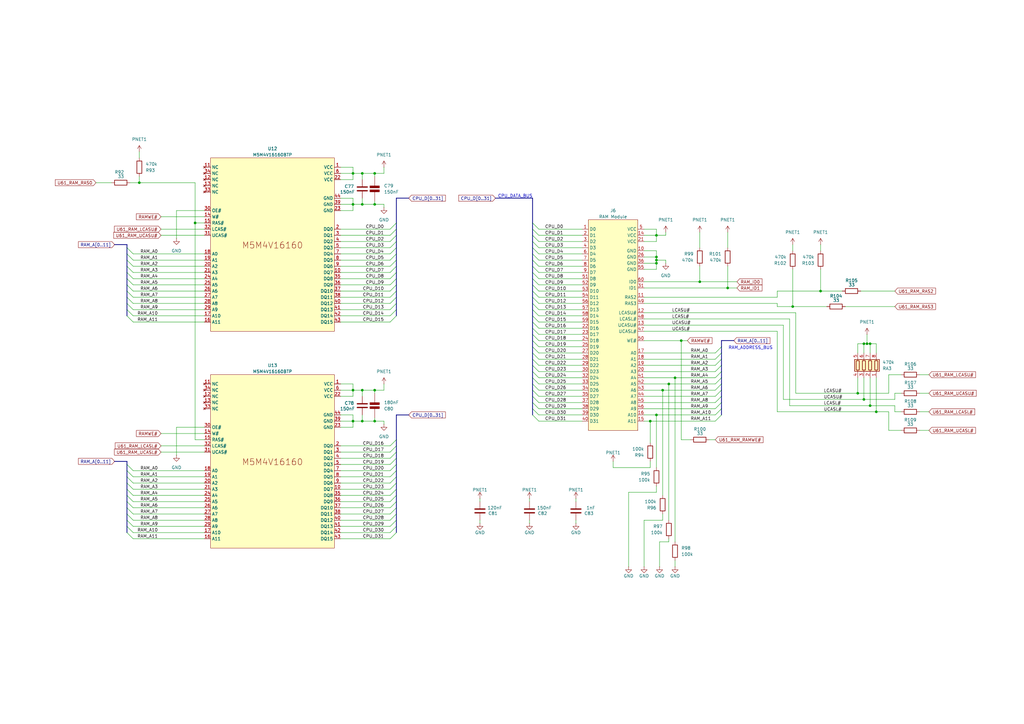
<source format=kicad_sch>
(kicad_sch (version 20250114) (generator "eeschema") (generator_version "9.0")
  (paper "A3")
  (title_block (title "PC110") (company "Recreated by: Ahmad Byagowi"))
  (text "RAM_ADDRESS_BUS" (at 307.848 142.748 0) (effects (font (size 1.27 1.27))))
  (text "CPU_DATA_BUS" (at 211.328 80.518 0) (effects (font (size 1.27 1.27))))
  (junction (at 356.87 166.37))
  (junction (at 354.33 140.97))
  (junction (at 153.67 71.12))
  (junction (at 269.24 96.52))
  (junction (at 269.24 106.68))
  (junction (at 57.15 74.93))
  (junction (at 269.24 107.95))
  (junction (at 144.78 160.02))
  (junction (at 325.12 125.73))
  (junction (at 354.33 163.83))
  (junction (at 274.32 157.48))
  (junction (at 271.78 160.02))
  (junction (at 351.79 161.29))
  (junction (at 144.78 71.12))
  (junction (at 153.67 83.82))
  (junction (at 269.24 105.41))
  (junction (at 148.59 71.12))
  (junction (at 80.01 91.44))
  (junction (at 359.41 168.91))
  (junction (at 153.67 172.72))
  (junction (at 269.24 170.18))
  (junction (at 144.78 172.72))
  (junction (at 287.02 115.57))
  (junction (at 298.45 118.11))
  (junction (at 336.55 119.38))
  (junction (at 148.59 83.82))
  (junction (at 356.87 140.97))
  (junction (at 148.59 160.02))
  (junction (at 144.78 83.82))
  (junction (at 355.6 140.97))
  (junction (at 266.7 172.72))
  (junction (at 276.86 154.94))
  (junction (at 153.67 160.02))
  (junction (at 279.4 139.7))
  (junction (at 148.59 172.72))
  (bus_entry (at 162.56 213.36) (size -2.54 2.54))
  (bus_entry (at 162.56 121.92) (size -2.54 2.54))
  (bus_entry (at 218.44 144.78) (size 2.54 2.54))
  (bus_entry (at 218.44 111.76) (size 2.54 2.54))
  (bus_entry (at 218.44 129.54) (size 2.54 2.54))
  (bus_entry (at 162.56 106.68) (size -2.54 2.54))
  (bus_entry (at 162.56 195.58) (size -2.54 2.54))
  (bus_entry (at 218.44 127) (size 2.54 2.54))
  (bus_entry (at 52.07 114.3) (size 2.54 2.54))
  (bus_entry (at 162.56 190.5) (size -2.54 2.54))
  (bus_entry (at 218.44 91.44) (size 2.54 2.54))
  (bus_entry (at 52.07 213.36) (size 2.54 2.54))
  (bus_entry (at 52.07 127) (size 2.54 2.54))
  (bus_entry (at 293.37 147.32) (size 2.54 -2.54))
  (bus_entry (at 218.44 139.7) (size 2.54 2.54))
  (bus_entry (at 162.56 182.88) (size -2.54 2.54))
  (bus_entry (at 52.07 195.58) (size 2.54 2.54))
  (bus_entry (at 293.37 154.94) (size 2.54 -2.54))
  (bus_entry (at 293.37 170.18) (size 2.54 -2.54))
  (bus_entry (at 52.07 109.22) (size 2.54 2.54))
  (bus_entry (at 162.56 124.46) (size -2.54 2.54))
  (bus_entry (at 52.07 129.54) (size 2.54 2.54))
  (bus_entry (at 293.37 149.86) (size 2.54 -2.54))
  (bus_entry (at 52.07 200.66) (size 2.54 2.54))
  (bus_entry (at 162.56 104.14) (size -2.54 2.54))
  (bus_entry (at 218.44 154.94) (size 2.54 2.54))
  (bus_entry (at 162.56 129.54) (size -2.54 2.54))
  (bus_entry (at 52.07 111.76) (size 2.54 2.54))
  (bus_entry (at 218.44 147.32) (size 2.54 2.54))
  (bus_entry (at 52.07 208.28) (size 2.54 2.54))
  (bus_entry (at 162.56 93.98) (size -2.54 2.54))
  (bus_entry (at 218.44 114.3) (size 2.54 2.54))
  (bus_entry (at 52.07 101.6) (size 2.54 2.54))
  (bus_entry (at 218.44 137.16) (size 2.54 2.54))
  (bus_entry (at 218.44 134.62) (size 2.54 2.54))
  (bus_entry (at 293.37 167.64) (size 2.54 -2.54))
  (bus_entry (at 52.07 124.46) (size 2.54 2.54))
  (bus_entry (at 162.56 185.42) (size -2.54 2.54))
  (bus_entry (at 162.56 200.66) (size -2.54 2.54))
  (bus_entry (at 218.44 119.38) (size 2.54 2.54))
  (bus_entry (at 218.44 157.48) (size 2.54 2.54))
  (bus_entry (at 162.56 218.44) (size -2.54 2.54))
  (bus_entry (at 162.56 198.12) (size -2.54 2.54))
  (bus_entry (at 52.07 198.12) (size 2.54 2.54))
  (bus_entry (at 293.37 160.02) (size 2.54 -2.54))
  (bus_entry (at 218.44 152.4) (size 2.54 2.54))
  (bus_entry (at 162.56 109.22) (size -2.54 2.54))
  (bus_entry (at 218.44 132.08) (size 2.54 2.54))
  (bus_entry (at 52.07 210.82) (size 2.54 2.54))
  (bus_entry (at 52.07 193.04) (size 2.54 2.54))
  (bus_entry (at 218.44 160.02) (size 2.54 2.54))
  (bus_entry (at 293.37 144.78) (size 2.54 -2.54))
  (bus_entry (at 293.37 165.1) (size 2.54 -2.54))
  (bus_entry (at 52.07 121.92) (size 2.54 2.54))
  (bus_entry (at 162.56 193.04) (size -2.54 2.54))
  (bus_entry (at 162.56 180.34) (size -2.54 2.54))
  (bus_entry (at 218.44 167.64) (size 2.54 2.54))
  (bus_entry (at 162.56 215.9) (size -2.54 2.54))
  (bus_entry (at 162.56 101.6) (size -2.54 2.54))
  (bus_entry (at 218.44 162.56) (size 2.54 2.54))
  (bus_entry (at 52.07 116.84) (size 2.54 2.54))
  (bus_entry (at 162.56 99.06) (size -2.54 2.54))
  (bus_entry (at 162.56 114.3) (size -2.54 2.54))
  (bus_entry (at 218.44 142.24) (size 2.54 2.54))
  (bus_entry (at 52.07 218.44) (size 2.54 2.54))
  (bus_entry (at 293.37 162.56) (size 2.54 -2.54))
  (bus_entry (at 293.37 157.48) (size 2.54 -2.54))
  (bus_entry (at 218.44 99.06) (size 2.54 2.54))
  (bus_entry (at 218.44 149.86) (size 2.54 2.54))
  (bus_entry (at 162.56 208.28) (size -2.54 2.54))
  (bus_entry (at 52.07 119.38) (size 2.54 2.54))
  (bus_entry (at 52.07 190.5) (size 2.54 2.54))
  (bus_entry (at 218.44 104.14) (size 2.54 2.54))
  (bus_entry (at 52.07 215.9) (size 2.54 2.54))
  (bus_entry (at 162.56 116.84) (size -2.54 2.54))
  (bus_entry (at 52.07 205.74) (size 2.54 2.54))
  (bus_entry (at 162.56 91.44) (size -2.54 2.54))
  (bus_entry (at 162.56 127) (size -2.54 2.54))
  (bus_entry (at 162.56 111.76) (size -2.54 2.54))
  (bus_entry (at 162.56 96.52) (size -2.54 2.54))
  (bus_entry (at 218.44 116.84) (size 2.54 2.54))
  (bus_entry (at 52.07 203.2) (size 2.54 2.54))
  (bus_entry (at 218.44 96.52) (size 2.54 2.54))
  (bus_entry (at 218.44 109.22) (size 2.54 2.54))
  (bus_entry (at 162.56 119.38) (size -2.54 2.54))
  (bus_entry (at 218.44 124.46) (size 2.54 2.54))
  (bus_entry (at 52.07 104.14) (size 2.54 2.54))
  (bus_entry (at 218.44 165.1) (size 2.54 2.54))
  (bus_entry (at 293.37 172.72) (size 2.54 -2.54))
  (bus_entry (at 218.44 170.18) (size 2.54 2.54))
  (bus_entry (at 162.56 210.82) (size -2.54 2.54))
  (bus_entry (at 52.07 106.68) (size 2.54 2.54))
  (bus_entry (at 218.44 101.6) (size 2.54 2.54))
  (bus_entry (at 162.56 205.74) (size -2.54 2.54))
  (bus_entry (at 218.44 93.98) (size 2.54 2.54))
  (bus_entry (at 162.56 203.2) (size -2.54 2.54))
  (bus_entry (at 293.37 152.4) (size 2.54 -2.54))
  (bus_entry (at 218.44 106.68) (size 2.54 2.54))
  (bus_entry (at 162.56 187.96) (size -2.54 2.54))
  (bus_entry (at 218.44 121.92) (size 2.54 2.54))
  (bus (pts (xy 162.56 215.9) (xy 162.56 213.36)))
  (bus (pts (xy 218.44 170.18) (xy 218.44 167.64)))
  (wire (pts (xy 83.82 195.58) (xy 54.61 195.58)))
  (wire (pts (xy 220.98 139.7) (xy 238.76 139.7)))
  (wire (pts (xy 269.24 201.93) (xy 257.81 201.93)))
  (wire (pts (xy 139.7 213.36) (xy 160.02 213.36)))
  (bus (pts (xy 218.44 142.24) (xy 218.44 139.7)))
  (wire (pts (xy 220.98 93.98) (xy 238.76 93.98)))
  (wire (pts (xy 139.7 104.14) (xy 160.02 104.14)))
  (bus (pts (xy 162.56 182.88) (xy 162.56 180.34)))
  (wire (pts (xy 274.32 157.48) (xy 293.37 157.48)))
  (wire (pts (xy 264.16 144.78) (xy 293.37 144.78)))
  (wire (pts (xy 139.7 187.96) (xy 160.02 187.96)))
  (wire (pts (xy 269.24 93.98) (xy 269.24 96.52)))
  (bus (pts (xy 52.07 114.3) (xy 52.07 111.76)))
  (wire (pts (xy 220.98 132.08) (xy 238.76 132.08)))
  (wire (pts (xy 377.19 153.67) (xy 381 153.67)))
  (wire (pts (xy 220.98 96.52) (xy 238.76 96.52)))
  (wire (pts (xy 271.78 210.82) (xy 271.78 213.36)))
  (wire (pts (xy 139.7 71.12) (xy 144.78 71.12)))
  (wire (pts (xy 269.24 96.52) (xy 273.05 96.52)))
  (wire (pts (xy 139.7 116.84) (xy 160.02 116.84)))
  (wire (pts (xy 83.82 106.68) (xy 54.61 106.68)))
  (wire (pts (xy 139.7 220.98) (xy 160.02 220.98)))
  (wire (pts (xy 367.03 163.83) (xy 354.33 163.83)))
  (wire (pts (xy 377.19 168.91) (xy 381 168.91)))
  (wire (pts (xy 364.49 153.67) (xy 364.49 161.29)))
  (bus (pts (xy 218.44 109.22) (xy 218.44 106.68)))
  (wire (pts (xy 220.98 170.18) (xy 238.76 170.18)))
  (wire (pts (xy 83.82 200.66) (xy 54.61 200.66)))
  (wire (pts (xy 220.98 134.62) (xy 238.76 134.62)))
  (bus (pts (xy 218.44 124.46) (xy 218.44 121.92)))
  (wire (pts (xy 144.78 73.66) (xy 144.78 71.12)))
  (wire (pts (xy 269.24 99.06) (xy 269.24 96.52)))
  (wire (pts (xy 220.98 154.94) (xy 238.76 154.94)))
  (wire (pts (xy 220.98 114.3) (xy 238.76 114.3)))
  (wire (pts (xy 264.16 133.35) (xy 321.31 133.35)))
  (bus (pts (xy 162.56 205.74) (xy 162.56 203.2)))
  (wire (pts (xy 220.98 137.16) (xy 238.76 137.16)))
  (bus (pts (xy 52.07 104.14) (xy 52.07 101.6)))
  (wire (pts (xy 139.7 83.82) (xy 144.78 83.82)))
  (bus (pts (xy 167.64 81.28) (xy 162.56 81.28)))
  (wire (pts (xy 274.32 220.98) (xy 274.32 222.25)))
  (wire (pts (xy 139.7 195.58) (xy 160.02 195.58)))
  (wire (pts (xy 271.78 160.02) (xy 293.37 160.02)))
  (wire (pts (xy 144.78 172.72) (xy 148.59 172.72)))
  (bus (pts (xy 218.44 129.54) (xy 218.44 127)))
  (wire (pts (xy 323.85 166.37) (xy 356.87 166.37)))
  (bus (pts (xy 162.56 213.36) (xy 162.56 210.82)))
  (bus (pts (xy 162.56 208.28) (xy 162.56 205.74)))
  (wire (pts (xy 264.16 105.41) (xy 269.24 105.41)))
  (wire (pts (xy 355.6 137.16) (xy 355.6 140.97)))
  (wire (pts (xy 351.79 140.97) (xy 354.33 140.97)))
  (bus (pts (xy 162.56 116.84) (xy 162.56 114.3)))
  (wire (pts (xy 257.81 201.93) (xy 257.81 232.41)))
  (wire (pts (xy 83.82 119.38) (xy 54.61 119.38)))
  (wire (pts (xy 53.34 74.93) (xy 57.15 74.93)))
  (bus (pts (xy 162.56 96.52) (xy 162.56 93.98)))
  (wire (pts (xy 153.67 172.72) (xy 157.48 172.72)))
  (bus (pts (xy 218.44 162.56) (xy 218.44 160.02)))
  (wire (pts (xy 139.7 101.6) (xy 160.02 101.6)))
  (bus (pts (xy 218.44 81.28) (xy 218.44 91.44)))
  (wire (pts (xy 83.82 121.92) (xy 54.61 121.92)))
  (wire (pts (xy 276.86 229.87) (xy 276.86 232.41)))
  (wire (pts (xy 266.7 172.72) (xy 266.7 181.61)))
  (wire (pts (xy 266.7 191.77) (xy 251.46 191.77)))
  (bus (pts (xy 295.91 167.64) (xy 295.91 165.1)))
  (bus (pts (xy 218.44 93.98) (xy 218.44 91.44)))
  (wire (pts (xy 57.15 62.23) (xy 57.15 64.77)))
  (wire (pts (xy 345.44 119.38) (xy 336.55 119.38)))
  (bus (pts (xy 218.44 144.78) (xy 218.44 142.24)))
  (wire (pts (xy 367.03 166.37) (xy 356.87 166.37)))
  (wire (pts (xy 139.7 81.28) (xy 144.78 81.28)))
  (bus (pts (xy 162.56 193.04) (xy 162.56 190.5)))
  (wire (pts (xy 139.7 124.46) (xy 160.02 124.46)))
  (wire (pts (xy 236.22 214.63) (xy 236.22 213.36)))
  (wire (pts (xy 269.24 170.18) (xy 293.37 170.18)))
  (wire (pts (xy 144.78 71.12) (xy 148.59 71.12)))
  (wire (pts (xy 251.46 191.77) (xy 251.46 189.23)))
  (wire (pts (xy 298.45 95.25) (xy 298.45 101.6)))
  (wire (pts (xy 148.59 160.02) (xy 148.59 162.56)))
  (bus (pts (xy 167.64 170.18) (xy 162.56 170.18)))
  (wire (pts (xy 144.78 86.36) (xy 139.7 86.36)))
  (bus (pts (xy 218.44 160.02) (xy 218.44 157.48)))
  (wire (pts (xy 83.82 109.22) (xy 54.61 109.22)))
  (wire (pts (xy 139.7 182.88) (xy 160.02 182.88)))
  (wire (pts (xy 139.7 96.52) (xy 160.02 96.52)))
  (bus (pts (xy 218.44 134.62) (xy 218.44 132.08)))
  (bus (pts (xy 52.07 124.46) (xy 52.07 121.92)))
  (bus (pts (xy 162.56 129.54) (xy 162.56 127)))
  (bus (pts (xy 218.44 121.92) (xy 218.44 119.38)))
  (bus (pts (xy 162.56 210.82) (xy 162.56 208.28)))
  (wire (pts (xy 220.98 172.72) (xy 238.76 172.72)))
  (wire (pts (xy 354.33 140.97) (xy 354.33 144.78)))
  (wire (pts (xy 279.4 139.7) (xy 279.4 180.34)))
  (wire (pts (xy 220.98 152.4) (xy 238.76 152.4)))
  (wire (pts (xy 269.24 107.95) (xy 269.24 110.49)))
  (bus (pts (xy 295.91 144.78) (xy 295.91 147.32)))
  (bus (pts (xy 295.91 157.48) (xy 295.91 154.94)))
  (wire (pts (xy 264.16 152.4) (xy 293.37 152.4)))
  (bus (pts (xy 295.91 139.7) (xy 295.91 142.24)))
  (wire (pts (xy 359.41 140.97) (xy 359.41 144.78)))
  (wire (pts (xy 157.48 157.48) (xy 157.48 160.02)))
  (wire (pts (xy 153.67 71.12) (xy 153.67 72.39)))
  (wire (pts (xy 139.7 210.82) (xy 160.02 210.82)))
  (wire (pts (xy 139.7 162.56) (xy 144.78 162.56)))
  (bus (pts (xy 162.56 119.38) (xy 162.56 116.84)))
  (wire (pts (xy 217.17 204.47) (xy 217.17 205.74)))
  (bus (pts (xy 162.56 99.06) (xy 162.56 96.52)))
  (bus (pts (xy 218.44 149.86) (xy 218.44 147.32)))
  (bus (pts (xy 52.07 203.2) (xy 52.07 200.66)))
  (wire (pts (xy 139.7 109.22) (xy 160.02 109.22)))
  (bus (pts (xy 162.56 109.22) (xy 162.56 106.68)))
  (bus (pts (xy 162.56 190.5) (xy 162.56 187.96)))
  (wire (pts (xy 290.83 180.34) (xy 293.37 180.34)))
  (wire (pts (xy 66.04 93.98) (xy 83.82 93.98)))
  (wire (pts (xy 264.16 213.36) (xy 264.16 232.41)))
  (wire (pts (xy 139.7 106.68) (xy 160.02 106.68)))
  (bus (pts (xy 52.07 195.58) (xy 52.07 193.04)))
  (wire (pts (xy 336.55 100.33) (xy 336.55 102.87)))
  (wire (pts (xy 355.6 140.97) (xy 356.87 140.97)))
  (bus (pts (xy 52.07 198.12) (xy 52.07 195.58)))
  (wire (pts (xy 139.7 73.66) (xy 144.78 73.66)))
  (wire (pts (xy 83.82 208.28) (xy 54.61 208.28)))
  (wire (pts (xy 264.16 130.81) (xy 323.85 130.81)))
  (wire (pts (xy 153.67 160.02) (xy 153.67 161.29)))
  (wire (pts (xy 279.4 139.7) (xy 281.94 139.7)))
  (wire (pts (xy 356.87 166.37) (xy 356.87 154.94)))
  (wire (pts (xy 157.48 83.82) (xy 157.48 85.09)))
  (bus (pts (xy 218.44 111.76) (xy 218.44 109.22)))
  (wire (pts (xy 144.78 81.28) (xy 144.78 83.82)))
  (wire (pts (xy 139.7 190.5) (xy 160.02 190.5)))
  (wire (pts (xy 80.01 91.44) (xy 83.82 91.44)))
  (wire (pts (xy 364.49 168.91) (xy 359.41 168.91)))
  (wire (pts (xy 264.16 167.64) (xy 293.37 167.64)))
  (wire (pts (xy 264.16 93.98) (xy 269.24 93.98)))
  (wire (pts (xy 321.31 163.83) (xy 354.33 163.83)))
  (bus (pts (xy 218.44 99.06) (xy 218.44 96.52)))
  (wire (pts (xy 287.02 115.57) (xy 287.02 109.22)))
  (wire (pts (xy 264.16 128.27) (xy 326.39 128.27)))
  (wire (pts (xy 83.82 203.2) (xy 54.61 203.2)))
  (wire (pts (xy 148.59 170.18) (xy 148.59 172.72)))
  (wire (pts (xy 80.01 91.44) (xy 80.01 180.34)))
  (wire (pts (xy 269.24 199.39) (xy 269.24 201.93)))
  (wire (pts (xy 83.82 215.9) (xy 54.61 215.9)))
  (wire (pts (xy 139.7 99.06) (xy 160.02 99.06)))
  (wire (pts (xy 364.49 161.29) (xy 351.79 161.29)))
  (wire (pts (xy 318.77 124.46) (xy 318.77 125.73)))
  (wire (pts (xy 318.77 168.91) (xy 359.41 168.91)))
  (wire (pts (xy 264.16 154.94) (xy 276.86 154.94)))
  (wire (pts (xy 39.37 74.93) (xy 45.72 74.93)))
  (bus (pts (xy 162.56 93.98) (xy 162.56 91.44)))
  (wire (pts (xy 273.05 96.52) (xy 273.05 95.25)))
  (wire (pts (xy 321.31 163.83) (xy 321.31 133.35)))
  (wire (pts (xy 148.59 160.02) (xy 153.67 160.02)))
  (wire (pts (xy 83.82 213.36) (xy 54.61 213.36)))
  (bus (pts (xy 52.07 189.23) (xy 52.07 190.5)))
  (wire (pts (xy 153.67 171.45) (xy 153.67 172.72)))
  (wire (pts (xy 220.98 167.64) (xy 238.76 167.64)))
  (wire (pts (xy 351.79 144.78) (xy 351.79 140.97)))
  (wire (pts (xy 264.16 157.48) (xy 274.32 157.48)))
  (bus (pts (xy 52.07 218.44) (xy 52.07 215.9)))
  (bus (pts (xy 218.44 104.14) (xy 218.44 101.6)))
  (wire (pts (xy 144.78 71.12) (xy 144.78 68.58)))
  (wire (pts (xy 269.24 102.87) (xy 269.24 105.41)))
  (bus (pts (xy 52.07 116.84) (xy 52.07 114.3)))
  (wire (pts (xy 66.04 185.42) (xy 83.82 185.42)))
  (wire (pts (xy 323.85 166.37) (xy 323.85 130.81)))
  (wire (pts (xy 220.98 124.46) (xy 238.76 124.46)))
  (wire (pts (xy 83.82 127) (xy 54.61 127)))
  (wire (pts (xy 157.48 172.72) (xy 157.48 173.99)))
  (wire (pts (xy 72.39 86.36) (xy 83.82 86.36)))
  (wire (pts (xy 144.78 83.82) (xy 144.78 86.36)))
  (wire (pts (xy 279.4 180.34) (xy 283.21 180.34)))
  (wire (pts (xy 318.77 119.38) (xy 336.55 119.38)))
  (wire (pts (xy 264.16 135.89) (xy 318.77 135.89)))
  (wire (pts (xy 80.01 74.93) (xy 80.01 91.44)))
  (wire (pts (xy 220.98 106.68) (xy 238.76 106.68)))
  (wire (pts (xy 264.16 165.1) (xy 293.37 165.1)))
  (wire (pts (xy 144.78 160.02) (xy 148.59 160.02)))
  (wire (pts (xy 139.7 198.12) (xy 160.02 198.12)))
  (wire (pts (xy 220.98 144.78) (xy 238.76 144.78)))
  (bus (pts (xy 218.44 154.94) (xy 218.44 152.4)))
  (wire (pts (xy 57.15 74.93) (xy 57.15 72.39)))
  (wire (pts (xy 318.77 121.92) (xy 318.77 119.38)))
  (wire (pts (xy 273.05 106.68) (xy 273.05 107.95)))
  (wire (pts (xy 276.86 154.94) (xy 293.37 154.94)))
  (wire (pts (xy 287.02 95.25) (xy 287.02 101.6)))
  (bus (pts (xy 162.56 106.68) (xy 162.56 104.14)))
  (wire (pts (xy 220.98 157.48) (xy 238.76 157.48)))
  (wire (pts (xy 377.19 176.53) (xy 381 176.53)))
  (wire (pts (xy 83.82 116.84) (xy 54.61 116.84)))
  (wire (pts (xy 144.78 68.58) (xy 139.7 68.58)))
  (wire (pts (xy 264.16 162.56) (xy 293.37 162.56)))
  (wire (pts (xy 264.16 118.11) (xy 298.45 118.11)))
  (wire (pts (xy 139.7 132.08) (xy 160.02 132.08)))
  (wire (pts (xy 367.03 125.73) (xy 346.71 125.73)))
  (wire (pts (xy 298.45 109.22) (xy 298.45 118.11)))
  (wire (pts (xy 220.98 142.24) (xy 238.76 142.24)))
  (wire (pts (xy 83.82 132.08) (xy 54.61 132.08)))
  (wire (pts (xy 196.85 214.63) (xy 196.85 213.36)))
  (bus (pts (xy 218.44 137.16) (xy 218.44 134.62)))
  (wire (pts (xy 274.32 222.25) (xy 270.51 222.25)))
  (bus (pts (xy 295.91 139.7) (xy 300.99 139.7)))
  (wire (pts (xy 83.82 114.3) (xy 54.61 114.3)))
  (wire (pts (xy 269.24 170.18) (xy 269.24 191.77)))
  (wire (pts (xy 148.59 71.12) (xy 153.67 71.12)))
  (wire (pts (xy 318.77 168.91) (xy 318.77 135.89)))
  (wire (pts (xy 83.82 205.74) (xy 54.61 205.74)))
  (wire (pts (xy 351.79 161.29) (xy 351.79 154.94)))
  (wire (pts (xy 264.16 107.95) (xy 269.24 107.95)))
  (wire (pts (xy 144.78 172.72) (xy 144.78 175.26)))
  (bus (pts (xy 295.91 165.1) (xy 295.91 162.56)))
  (wire (pts (xy 264.16 139.7) (xy 279.4 139.7)))
  (wire (pts (xy 144.78 162.56) (xy 144.78 160.02)))
  (bus (pts (xy 162.56 114.3) (xy 162.56 111.76)))
  (wire (pts (xy 220.98 109.22) (xy 238.76 109.22)))
  (wire (pts (xy 139.7 119.38) (xy 160.02 119.38)))
  (wire (pts (xy 66.04 177.8) (xy 83.82 177.8)))
  (bus (pts (xy 162.56 104.14) (xy 162.56 101.6)))
  (wire (pts (xy 139.7 121.92) (xy 160.02 121.92)))
  (bus (pts (xy 218.44 96.52) (xy 218.44 93.98)))
  (bus (pts (xy 162.56 185.42) (xy 162.56 182.88)))
  (wire (pts (xy 139.7 208.28) (xy 160.02 208.28)))
  (bus (pts (xy 218.44 139.7) (xy 218.44 137.16)))
  (wire (pts (xy 359.41 168.91) (xy 359.41 154.94)))
  (wire (pts (xy 139.7 114.3) (xy 160.02 114.3)))
  (wire (pts (xy 264.16 170.18) (xy 269.24 170.18)))
  (wire (pts (xy 220.98 147.32) (xy 238.76 147.32)))
  (wire (pts (xy 318.77 121.92) (xy 264.16 121.92)))
  (bus (pts (xy 52.07 193.04) (xy 52.07 190.5)))
  (wire (pts (xy 318.77 125.73) (xy 325.12 125.73)))
  (wire (pts (xy 148.59 83.82) (xy 153.67 83.82)))
  (wire (pts (xy 271.78 160.02) (xy 271.78 203.2)))
  (bus (pts (xy 162.56 101.6) (xy 162.56 99.06)))
  (bus (pts (xy 218.44 165.1) (xy 218.44 162.56)))
  (bus (pts (xy 52.07 200.66) (xy 52.07 198.12)))
  (wire (pts (xy 269.24 106.68) (xy 269.24 107.95)))
  (wire (pts (xy 264.16 149.86) (xy 293.37 149.86)))
  (wire (pts (xy 269.24 105.41) (xy 269.24 106.68)))
  (wire (pts (xy 236.22 204.47) (xy 236.22 205.74)))
  (wire (pts (xy 144.78 157.48) (xy 139.7 157.48)))
  (bus (pts (xy 218.44 101.6) (xy 218.44 99.06)))
  (wire (pts (xy 220.98 160.02) (xy 238.76 160.02)))
  (wire (pts (xy 72.39 186.69) (xy 72.39 175.26)))
  (bus (pts (xy 295.91 160.02) (xy 295.91 157.48)))
  (wire (pts (xy 220.98 121.92) (xy 238.76 121.92)))
  (wire (pts (xy 83.82 111.76) (xy 54.61 111.76)))
  (wire (pts (xy 377.19 161.29) (xy 381 161.29)))
  (wire (pts (xy 325.12 110.49) (xy 325.12 125.73)))
  (bus (pts (xy 52.07 121.92) (xy 52.07 119.38)))
  (wire (pts (xy 83.82 220.98) (xy 54.61 220.98)))
  (wire (pts (xy 264.16 160.02) (xy 271.78 160.02)))
  (bus (pts (xy 162.56 81.28) (xy 162.56 91.44)))
  (bus (pts (xy 218.44 106.68) (xy 218.44 104.14)))
  (wire (pts (xy 369.57 168.91) (xy 367.03 168.91)))
  (wire (pts (xy 148.59 71.12) (xy 148.59 73.66)))
  (wire (pts (xy 287.02 115.57) (xy 302.26 115.57)))
  (wire (pts (xy 326.39 128.27) (xy 326.39 161.29)))
  (wire (pts (xy 264.16 99.06) (xy 269.24 99.06)))
  (wire (pts (xy 264.16 102.87) (xy 269.24 102.87)))
  (wire (pts (xy 139.7 129.54) (xy 160.02 129.54)))
  (wire (pts (xy 139.7 200.66) (xy 160.02 200.66)))
  (wire (pts (xy 367.03 119.38) (xy 353.06 119.38)))
  (bus (pts (xy 295.91 142.24) (xy 295.91 144.78)))
  (bus (pts (xy 295.91 162.56) (xy 295.91 160.02)))
  (wire (pts (xy 274.32 157.48) (xy 274.32 213.36)))
  (wire (pts (xy 264.16 115.57) (xy 287.02 115.57)))
  (bus (pts (xy 162.56 218.44) (xy 162.56 215.9)))
  (wire (pts (xy 153.67 83.82) (xy 157.48 83.82)))
  (wire (pts (xy 153.67 71.12) (xy 157.48 71.12)))
  (wire (pts (xy 220.98 127) (xy 238.76 127)))
  (wire (pts (xy 220.98 104.14) (xy 238.76 104.14)))
  (bus (pts (xy 162.56 198.12) (xy 162.56 195.58)))
  (wire (pts (xy 139.7 111.76) (xy 160.02 111.76)))
  (wire (pts (xy 326.39 161.29) (xy 351.79 161.29)))
  (wire (pts (xy 139.7 172.72) (xy 144.78 172.72)))
  (bus (pts (xy 162.56 170.18) (xy 162.56 180.34)))
  (wire (pts (xy 367.03 168.91) (xy 367.03 166.37)))
  (wire (pts (xy 72.39 175.26) (xy 83.82 175.26)))
  (wire (pts (xy 153.67 82.55) (xy 153.67 83.82)))
  (wire (pts (xy 266.7 191.77) (xy 266.7 189.23)))
  (wire (pts (xy 325.12 125.73) (xy 339.09 125.73)))
  (wire (pts (xy 72.39 97.79) (xy 72.39 86.36)))
  (wire (pts (xy 367.03 161.29) (xy 367.03 163.83)))
  (wire (pts (xy 220.98 165.1) (xy 238.76 165.1)))
  (wire (pts (xy 354.33 163.83) (xy 354.33 154.94)))
  (wire (pts (xy 139.7 215.9) (xy 160.02 215.9)))
  (wire (pts (xy 157.48 68.58) (xy 157.48 71.12)))
  (wire (pts (xy 83.82 104.14) (xy 54.61 104.14)))
  (wire (pts (xy 364.49 176.53) (xy 364.49 168.91)))
  (bus (pts (xy 162.56 187.96) (xy 162.56 185.42)))
  (wire (pts (xy 83.82 198.12) (xy 54.61 198.12)))
  (bus (pts (xy 218.44 167.64) (xy 218.44 165.1)))
  (wire (pts (xy 369.57 161.29) (xy 367.03 161.29)))
  (wire (pts (xy 298.45 118.11) (xy 302.26 118.11)))
  (bus (pts (xy 46.99 100.33) (xy 52.07 100.33)))
  (bus (pts (xy 218.44 132.08) (xy 218.44 129.54)))
  (bus (pts (xy 162.56 111.76) (xy 162.56 109.22)))
  (wire (pts (xy 83.82 210.82) (xy 54.61 210.82)))
  (bus (pts (xy 218.44 119.38) (xy 218.44 116.84)))
  (wire (pts (xy 269.24 110.49) (xy 264.16 110.49)))
  (wire (pts (xy 66.04 88.9) (xy 83.82 88.9)))
  (wire (pts (xy 139.7 127) (xy 160.02 127)))
  (wire (pts (xy 264.16 172.72) (xy 266.7 172.72)))
  (wire (pts (xy 83.82 129.54) (xy 54.61 129.54)))
  (wire (pts (xy 266.7 172.72) (xy 293.37 172.72)))
  (bus (pts (xy 162.56 200.66) (xy 162.56 198.12)))
  (bus (pts (xy 218.44 152.4) (xy 218.44 149.86)))
  (bus (pts (xy 52.07 127) (xy 52.07 124.46)))
  (wire (pts (xy 220.98 149.86) (xy 238.76 149.86)))
  (wire (pts (xy 148.59 172.72) (xy 153.67 172.72)))
  (bus (pts (xy 52.07 210.82) (xy 52.07 208.28)))
  (wire (pts (xy 325.12 100.33) (xy 325.12 102.87)))
  (wire (pts (xy 220.98 116.84) (xy 238.76 116.84)))
  (bus (pts (xy 52.07 100.33) (xy 52.07 101.6)))
  (wire (pts (xy 148.59 81.28) (xy 148.59 83.82)))
  (wire (pts (xy 139.7 203.2) (xy 160.02 203.2)))
  (wire (pts (xy 66.04 182.88) (xy 83.82 182.88)))
  (wire (pts (xy 220.98 99.06) (xy 238.76 99.06)))
  (wire (pts (xy 220.98 119.38) (xy 238.76 119.38)))
  (wire (pts (xy 354.33 140.97) (xy 355.6 140.97)))
  (bus (pts (xy 162.56 203.2) (xy 162.56 200.66)))
  (wire (pts (xy 276.86 154.94) (xy 276.86 222.25)))
  (wire (pts (xy 144.78 160.02) (xy 144.78 157.48)))
  (wire (pts (xy 220.98 162.56) (xy 238.76 162.56)))
  (bus (pts (xy 218.44 157.48) (xy 218.44 154.94)))
  (bus (pts (xy 218.44 114.3) (xy 218.44 111.76)))
  (wire (pts (xy 57.15 74.93) (xy 80.01 74.93)))
  (bus (pts (xy 162.56 127) (xy 162.56 124.46)))
  (bus (pts (xy 295.91 170.18) (xy 295.91 167.64)))
  (wire (pts (xy 144.78 175.26) (xy 139.7 175.26)))
  (wire (pts (xy 336.55 110.49) (xy 336.55 119.38)))
  (wire (pts (xy 139.7 185.42) (xy 160.02 185.42)))
  (wire (pts (xy 264.16 96.52) (xy 269.24 96.52)))
  (wire (pts (xy 83.82 218.44) (xy 54.61 218.44)))
  (bus (pts (xy 52.07 213.36) (xy 52.07 210.82)))
  (bus (pts (xy 46.99 189.23) (xy 52.07 189.23)))
  (wire (pts (xy 264.16 147.32) (xy 293.37 147.32)))
  (wire (pts (xy 144.78 170.18) (xy 144.78 172.72)))
  (wire (pts (xy 271.78 213.36) (xy 264.16 213.36)))
  (wire (pts (xy 139.7 205.74) (xy 160.02 205.74)))
  (wire (pts (xy 220.98 129.54) (xy 238.76 129.54)))
  (wire (pts (xy 196.85 204.47) (xy 196.85 205.74)))
  (bus (pts (xy 162.56 121.92) (xy 162.56 119.38)))
  (wire (pts (xy 356.87 140.97) (xy 356.87 144.78)))
  (wire (pts (xy 220.98 101.6) (xy 238.76 101.6)))
  (wire (pts (xy 66.04 96.52) (xy 83.82 96.52)))
  (wire (pts (xy 269.24 106.68) (xy 273.05 106.68)))
  (wire (pts (xy 139.7 160.02) (xy 144.78 160.02)))
  (bus (pts (xy 203.2 81.28) (xy 218.44 81.28)))
  (wire (pts (xy 83.82 180.34) (xy 80.01 180.34)))
  (wire (pts (xy 144.78 83.82) (xy 148.59 83.82)))
  (wire (pts (xy 318.77 124.46) (xy 264.16 124.46)))
  (wire (pts (xy 139.7 170.18) (xy 144.78 170.18)))
  (bus (pts (xy 295.91 147.32) (xy 295.91 149.86)))
  (bus (pts (xy 295.91 154.94) (xy 295.91 152.4)))
  (bus (pts (xy 162.56 195.58) (xy 162.56 193.04)))
  (bus (pts (xy 218.44 147.32) (xy 218.44 144.78)))
  (bus (pts (xy 218.44 116.84) (xy 218.44 114.3)))
  (bus (pts (xy 295.91 149.86) (xy 295.91 152.4)))
  (bus (pts (xy 52.07 205.74) (xy 52.07 203.2)))
  (wire (pts (xy 217.17 214.63) (xy 217.17 213.36)))
  (bus (pts (xy 52.07 106.68) (xy 52.07 104.14)))
  (wire (pts (xy 83.82 193.04) (xy 54.61 193.04)))
  (wire (pts (xy 220.98 111.76) (xy 238.76 111.76)))
  (bus (pts (xy 52.07 215.9) (xy 52.07 213.36)))
  (wire (pts (xy 153.67 160.02) (xy 157.48 160.02)))
  (bus (pts (xy 52.07 111.76) (xy 52.07 109.22)))
  (bus (pts (xy 52.07 119.38) (xy 52.07 116.84)))
  (wire (pts (xy 369.57 176.53) (xy 364.49 176.53)))
  (bus (pts (xy 52.07 208.28) (xy 52.07 205.74)))
  (bus (pts (xy 218.44 127) (xy 218.44 124.46)))
  (wire (pts (xy 356.87 140.97) (xy 359.41 140.97)))
  (wire (pts (xy 139.7 218.44) (xy 160.02 218.44)))
  (wire (pts (xy 369.57 153.67) (xy 364.49 153.67)))
  (bus (pts (xy 52.07 109.22) (xy 52.07 106.68)))
  (wire (pts (xy 139.7 93.98) (xy 160.02 93.98)))
  (wire (pts (xy 139.7 193.04) (xy 160.02 193.04)))
  (wire (pts (xy 270.51 222.25) (xy 270.51 232.41)))
  (wire (pts (xy 83.82 124.46) (xy 54.61 124.46)))
  (bus (pts (xy 52.07 129.54) (xy 52.07 127)))
  (bus (pts (xy 162.56 124.46) (xy 162.56 121.92)))
  (label "CPU_D22" (at 157.48 198.12 180))
  (label "CPU_D13" (at 157.48 127 180))
  (label "LCASL#" (at 275.59 130.81 0))
  (label "CPU_D23" (at 157.48 200.66 180))
  (label "RAM_A7" (at 64.77 210.82 180))
  (label "CPU_D7" (at 157.48 111.76 180))
  (label "CPU_D18" (at 223.52 139.7 0))
  (label "RAM_A2" (at 64.77 109.22 180))
  (label "RAM_A9" (at 64.77 215.9 180))
  (label "CPU_D31" (at 223.52 172.72 0))
  (label "CPU_D6" (at 157.48 109.22 180))
  (label "CPU_D31" (at 157.48 220.98 180))
  (label "RAM_A1" (at 64.77 195.58 180))
  (label "RAM_A8" (at 64.77 124.46 180))
  (label "CPU_D7" (at 223.52 111.76 0))
  (label "RAM_A10" (at 283.21 170.18 0))
  (label "RAM_A7" (at 283.21 162.56 0))
  (label "RAM_A3" (at 283.21 152.4 0))
  (label "RAM_A0" (at 64.77 104.14 180))
  (label "CPU_D25" (at 223.52 157.48 0))
  (label "UCASL#" (at 337.82 168.91 0))
  (label "RAM_A8" (at 283.21 165.1 0))
  (label "RAM_A7" (at 64.77 121.92 180))
  (label "CPU_D24" (at 223.52 154.94 0))
  (label "CPU_D10" (at 223.52 119.38 0))
  (label "CPU_D5" (at 157.48 106.68 180))
  (label "CPU_D27" (at 223.52 162.56 0))
  (label "CPU_D19" (at 157.48 190.5 180))
  (label "CPU_D0" (at 157.48 93.98 180))
  (label "CPU_D19" (at 223.52 142.24 0))
  (label "CPU_D3" (at 223.52 101.6 0))
  (label "CPU_D1" (at 157.48 96.52 180))
  (label "LCASL#" (at 337.82 166.37 0))
  (label "RAM_A6" (at 283.21 160.02 0))
  (label "CPU_D9" (at 157.48 116.84 180))
  (label "CPU_D11" (at 157.48 121.92 180))
  (label "CPU_D4" (at 223.52 104.14 0))
  (label "CPU_D14" (at 157.48 129.54 180))
  (label "RAM_A5" (at 64.77 205.74 180))
  (label "CPU_D15" (at 157.48 132.08 180))
  (label "CPU_D2" (at 223.52 99.06 0))
  (label "CPU_D5" (at 223.52 106.68 0))
  (label "CPU_D8" (at 223.52 114.3 0))
  (label "CPU_D6" (at 223.52 109.22 0))
  (label "LCASU#" (at 275.59 128.27 0))
  (label "RAM_A4" (at 64.77 203.2 180))
  (label "RAM_A0" (at 64.77 193.04 180))
  (label "CPU_D16" (at 223.52 134.62 0))
  (label "UCASU#" (at 337.82 163.83 0))
  (label "RAM_A5" (at 283.21 157.48 0))
  (label "CPU_D22" (at 223.52 149.86 0))
  (label "CPU_D3" (at 157.48 101.6 180))
  (label "CPU_D12" (at 157.48 124.46 180))
  (label "RAM_A2" (at 283.21 149.86 0))
  (label "UCASU#" (at 275.59 133.35 0))
  (label "CPU_D2" (at 157.48 99.06 180))
  (label "CPU_D28" (at 223.52 165.1 0))
  (label "CPU_D30" (at 157.48 218.44 180))
  (label "CPU_D26" (at 223.52 160.02 0))
  (label "UCASL#" (at 275.59 135.89 0))
  (label "RAM_A11" (at 283.21 172.72 0))
  (label "CPU_D4" (at 157.48 104.14 180))
  (label "RAM_A2" (at 64.77 198.12 180))
  (label "CPU_D17" (at 157.48 185.42 180))
  (label "CPU_D10" (at 157.48 119.38 180))
  (label "RAM_A0" (at 283.21 144.78 0))
  (label "CPU_D27" (at 157.48 210.82 180))
  (label "RAM_A3" (at 64.77 200.66 180))
  (label "RAM_A11" (at 64.77 220.98 180))
  (label "CPU_D12" (at 223.52 124.46 0))
  (label "CPU_D21" (at 157.48 195.58 180))
  (label "RAM_A5" (at 64.77 116.84 180))
  (label "RAM_A1" (at 64.77 106.68 180))
  (label "CPU_D20" (at 157.48 193.04 180))
  (label "CPU_D24" (at 157.48 203.2 180))
  (label "CPU_D0" (at 223.52 93.98 0))
  (label "CPU_D30" (at 223.52 170.18 0))
  (label "CPU_D29" (at 157.48 215.9 180))
  (label "CPU_D13" (at 223.52 127 0))
  (label "RAM_A3" (at 64.77 111.76 180))
  (label "CPU_D16" (at 157.48 182.88 180))
  (label "RAM_A1" (at 283.21 147.32 0))
  (label "CPU_D18" (at 157.48 187.96 180))
  (label "CPU_D20" (at 223.52 144.78 0))
  (label "RAM_A9" (at 283.21 167.64 0))
  (label "CPU_D25" (at 157.48 205.74 180))
  (label "CPU_D28" (at 157.48 213.36 180))
  (label "RAM_A11" (at 64.77 132.08 180))
  (label "CPU_D9" (at 223.52 116.84 0))
  (label "RAM_A4" (at 283.21 154.94 0))
  (label "CPU_D29" (at 223.52 167.64 0))
  (label "RAM_A10" (at 64.77 129.54 180))
  (label "RAM_A6" (at 64.77 119.38 180))
  (label "CPU_D21" (at 223.52 147.32 0))
  (label "RAM_A9" (at 64.77 127 180))
  (label "CPU_D14" (at 223.52 129.54 0))
  (label "CPU_D1" (at 223.52 96.52 0))
  (label "RAM_A6" (at 64.77 208.28 180))
  (label "RAM_A4" (at 64.77 114.3 180))
  (label "CPU_D26" (at 157.48 208.28 180))
  (label "CPU_D17" (at 223.52 137.16 0))
  (label "CPU_D15" (at 223.52 132.08 0))
  (label "CPU_D23" (at 223.52 152.4 0))
  (label "RAM_A10" (at 64.77 218.44 180))
  (label "LCASU#" (at 337.82 161.29 0))
  (label "CPU_D11" (at 223.52 121.92 0))
  (label "RAM_A8" (at 64.77 213.36 180))
  (label "CPU_D8" (at 157.48 114.3 180))
  (global_label "RAM_A[0..11]" (shape input) (at 46.99 189.23 180) (property "Intersheetrefs" "${INTERSHEET_REFS}" (effects (hide yes))))
  (global_label "U61_RAM_LCASU#" (shape input) (at 66.04 93.98 180) (property "Intersheetrefs" "${INTERSHEET_REFS}" (effects (hide yes))))
  (global_label "U61_RAM_RAMWE#" (shape input) (at 293.37 180.34 0) (property "Intersheetrefs" "${INTERSHEET_REFS}" (effects (hide yes))))
  (global_label "CPU_D[0..31]" (shape input) (at 203.2 81.28 180) (property "Intersheetrefs" "${INTERSHEET_REFS}" (effects (hide yes))))
  (global_label "RAMWE#" (shape input) (at 66.04 177.8 180) (property "Intersheetrefs" "${INTERSHEET_REFS}" (effects (hide yes))))
  (global_label "U61_RAM_UCASL#" (shape input) (at 381 176.53 0) (property "Intersheetrefs" "${INTERSHEET_REFS}" (effects (hide yes))))
  (global_label "U61_RAM_LCASU#" (shape input) (at 381 153.67 0) (property "Intersheetrefs" "${INTERSHEET_REFS}" (effects (hide yes))))
  (global_label "RAM_ID1" (shape input) (at 302.26 118.11 0) (property "Intersheetrefs" "${INTERSHEET_REFS}" (effects (hide yes))))
  (global_label "RAM_A[0..11]" (shape input) (at 300.99 139.7 0) (property "Intersheetrefs" "${INTERSHEET_REFS}" (effects (hide yes))))
  (global_label "U61_RAM_UCASL#" (shape input) (at 66.04 185.42 180) (property "Intersheetrefs" "${INTERSHEET_REFS}" (effects (hide yes))))
  (global_label "RAMWE#" (shape input) (at 66.04 88.9 180) (property "Intersheetrefs" "${INTERSHEET_REFS}" (effects (hide yes))))
  (global_label "U61_RAM_RAS2" (shape input) (at 367.03 119.38 0) (property "Intersheetrefs" "${INTERSHEET_REFS}" (effects (hide yes))))
  (global_label "U61_RAM_RAS0" (shape input) (at 39.37 74.93 180) (property "Intersheetrefs" "${INTERSHEET_REFS}" (effects (hide yes))))
  (global_label "RAM_A[0..11]" (shape input) (at 46.99 100.33 180) (property "Intersheetrefs" "${INTERSHEET_REFS}" (effects (hide yes))))
  (global_label "RAMWE#" (shape input) (at 281.94 139.7 0) (property "Intersheetrefs" "${INTERSHEET_REFS}" (effects (hide yes))))
  (global_label "CPU_D[0..31]" (shape input) (at 167.64 81.28 0) (property "Intersheetrefs" "${INTERSHEET_REFS}" (effects (hide yes))))
  (global_label "U61_RAM_UCASU#" (shape input) (at 381 161.29 0) (property "Intersheetrefs" "${INTERSHEET_REFS}" (effects (hide yes))))
  (global_label "U61_RAM_LCASL#" (shape input) (at 381 168.91 0) (property "Intersheetrefs" "${INTERSHEET_REFS}" (effects (hide yes))))
  (global_label "RAM_ID0" (shape input) (at 302.26 115.57 0) (property "Intersheetrefs" "${INTERSHEET_REFS}" (effects (hide yes))))
  (global_label "U61_RAM_RAS3" (shape input) (at 367.03 125.73 0) (property "Intersheetrefs" "${INTERSHEET_REFS}" (effects (hide yes))))
  (global_label "U61_RAM_LCASL#" (shape input) (at 66.04 182.88 180) (property "Intersheetrefs" "${INTERSHEET_REFS}" (effects (hide yes))))
  (global_label "U61_RAM_UCASU#" (shape input) (at 66.04 96.52 180) (property "Intersheetrefs" "${INTERSHEET_REFS}" (effects (hide yes))))
  (global_label "CPU_D[0..31]" (shape input) (at 167.64 170.18 0) (property "Intersheetrefs" "${INTERSHEET_REFS}" (effects (hide yes))))
  (symbol (lib_id "Device:R") (at 336.55 106.68 0) (unit 1)
    (property "Reference" "R103" (at 334.01 107.9501 0) (effects (justify right)))
    (property "Value" "470k" (at 334.01 105.4101 0) (effects (justify right)))
    (property "Footprint" "PCM_Resistor_SMD_AKL:R_0402_1005Metric" (effects (hide yes)))
  )
  (symbol (lib_id "power:VCC") (at 287.02 95.25 0) (mirror y) (unit 1)
    (property "Reference" "#PWR0165" (effects (hide yes)))
    (property "Value" "PNET1" (at 287.02 90.17 0))
    (property "Description" "Power symbol creates a global label with name \"VCC\"" (effects (hide yes)))
  )
  (symbol (lib_id "Device:C") (at 148.59 166.37 0) (unit 1)
    (property "Reference" "C78" (at 143.256 165.354 0))
    (property "Value" "150nF" (at 142.494 167.64 0))
    (property "Footprint" "Capacitor_SMD:C_0402_1005Metric" (effects (hide yes)))
  )
  (symbol (lib_id "power:VCC") (at 217.17 204.47 0) (unit 1)
    (property "Reference" "#PWR0154" (effects (hide yes)))
    (property "Value" "PNET1" (at 217.17 200.914 0))
    (property "Description" "Power symbol creates a global label with name \"VCC\"" (effects (hide yes)))
  )
  (symbol (lib_id "power:VCC") (at 57.15 62.23 0) (unit 1)
    (property "Reference" "#PWR0145" (effects (hide yes)))
    (property "Value" "PNET1" (at 57.15 57.15 0))
    (property "Description" "Power symbol creates a global label with name \"VCC\"" (effects (hide yes)))
  )
  (symbol (lib_id "power:GND") (at 276.86 232.41 0) (unit 1)
    (property "Reference" "#PWR0164" (effects (hide yes)))
    (property "Value" "GND" (at 276.86 236.22 0))
    (property "Description" "Power symbol creates a global label with name \"GND\" , ground" (effects (hide yes)))
  )
  (symbol (lib_id "power:GND") (at 236.22 214.63 0) (unit 1)
    (property "Reference" "#PWR0157" (effects (hide yes)))
    (property "Value" "GND" (at 236.22 218.44 0))
    (property "Description" "Power symbol creates a global label with name \"GND\" , ground" (effects (hide yes)))
  )
  (symbol (lib_id "Device:R_Pack04") (at 354.33 149.86 0) (mirror y) (unit 1)
    (property "Reference" "RA3" (at 361.95 151.1301 0) (effects (justify right)))
    (property "Value" "470k" (at 361.95 148.5901 0) (effects (justify right)))
    (property "Footprint" "PC110:R-array" (effects (hide yes)))
  )
  (symbol (lib_id "Device:R") (at 298.45 105.41 0) (mirror x) (unit 1)
    (property "Reference" "R101" (at 295.91 104.1399 0) (effects (justify right)))
    (property "Value" "470k" (at 295.91 106.6799 0) (effects (justify right)))
    (property "Footprint" "PCM_Resistor_SMD_AKL:R_0402_1005Metric" (effects (hide yes)))
  )
  (symbol (lib_id "Device:R") (at 287.02 105.41 0) (mirror x) (unit 1)
    (property "Reference" "R99" (at 284.48 104.1399 0) (effects (justify right)))
    (property "Value" "470k" (at 284.48 106.6799 0) (effects (justify right)))
    (property "Footprint" "PCM_Resistor_SMD_AKL:R_0402_1005Metric" (effects (hide yes)))
  )
  (symbol (lib_id "PC110:RAM_MOD") (at 251.46 133.35 0) (unit 1)
    (property "Reference" "J6" (at 251.46 86.36 0))
    (property "Value" "RAM Module" (at 251.46 88.9 0))
    (property "Footprint" "PC110:RAM Module" (effects (hide yes)))
  )
  (symbol (lib_id "Device:C") (at 196.85 209.55 180) (unit 1)
    (property "Reference" "C81" (at 202.184 210.566 0))
    (property "Value" "120nF" (at 202.946 208.28 0))
    (property "Footprint" "Capacitor_SMD:C_0402_1005Metric" (effects (hide yes)))
  )
  (symbol (lib_id "Device:R") (at 373.38 161.29 270) (mirror x) (unit 1)
    (property "Reference" "R107" (at 370.84 156.972 90) (effects (justify left)))
    (property "Value" "33" (at 372.1101 158.75 90) (effects (justify left)))
    (property "Footprint" "PCM_Resistor_SMD_AKL:R_0402_1005Metric" (effects (hide yes)))
  )
  (symbol (lib_id "power:VCC") (at 325.12 100.33 0) (mirror y) (unit 1)
    (property "Reference" "#PWR0167" (effects (hide yes)))
    (property "Value" "PNET1" (at 325.12 95.25 0))
    (property "Description" "Power symbol creates a global label with name \"VCC\"" (effects (hide yes)))
  )
  (symbol (lib_id "power:VCC") (at 157.48 157.48 0) (unit 1)
    (property "Reference" "#PWR0150" (effects (hide yes)))
    (property "Value" "PNET1" (at 157.48 152.4 0))
    (property "Description" "Power symbol creates a global label with name \"VCC\"" (effects (hide yes)))
  )
  (symbol (lib_id "Device:R") (at 266.7 185.42 0) (unit 1)
    (property "Reference" "R94" (at 264.16 186.6901 0) (effects (justify right)))
    (property "Value" "100k" (at 264.16 184.1501 0) (effects (justify right)))
    (property "Footprint" "PCM_Resistor_SMD_AKL:R_0402_1005Metric" (effects (hide yes)))
  )
  (symbol (lib_id "power:GND") (at 157.48 173.99 0) (unit 1)
    (property "Reference" "#PWR0151" (effects (hide yes)))
    (property "Value" "GND" (at 157.48 179.07 0))
    (property "Description" "Power symbol creates a global label with name \"GND\" , ground" (effects (hide yes)))
  )
  (symbol (lib_id "Device:R") (at 373.38 168.91 270) (mirror x) (unit 1)
    (property "Reference" "R108" (at 370.84 164.592 90) (effects (justify left)))
    (property "Value" "33" (at 372.1101 166.37 90) (effects (justify left)))
    (property "Footprint" "PCM_Resistor_SMD_AKL:R_0402_1005Metric" (effects (hide yes)))
  )
  (symbol (lib_id "power:VCC") (at 273.05 95.25 0) (unit 1)
    (property "Reference" "#PWR0162" (effects (hide yes)))
    (property "Value" "PNET1" (at 273.05 90.17 0))
    (property "Description" "Power symbol creates a global label with name \"VCC\"" (effects (hide yes)))
  )
  (symbol (lib_id "power:GND") (at 72.39 186.69 0) (unit 1)
    (property "Reference" "#PWR0147" (effects (hide yes)))
    (property "Value" "GND" (at 72.39 191.77 0))
    (property "Description" "Power symbol creates a global label with name \"GND\" , ground" (effects (hide yes)))
  )
  (symbol (lib_id "power:GND") (at 196.85 214.63 0) (unit 1)
    (property "Reference" "#PWR0153" (effects (hide yes)))
    (property "Value" "GND" (at 196.85 218.44 0))
    (property "Description" "Power symbol creates a global label with name \"GND\" , ground" (effects (hide yes)))
  )
  (symbol (lib_id "Device:R") (at 342.9 125.73 270) (mirror x) (unit 1)
    (property "Reference" "R104" (at 340.36 121.412 90) (effects (justify left)))
    (property "Value" "33" (at 341.6301 123.19 90) (effects (justify left)))
    (property "Footprint" "PCM_Resistor_SMD_AKL:R_0402_1005Metric" (effects (hide yes)))
  )
  (symbol (lib_id "power:VCC") (at 355.6 137.16 0) (mirror y) (unit 1)
    (property "Reference" "#PWR0169" (effects (hide yes)))
    (property "Value" "PNET1" (at 355.6 132.08 0))
    (property "Description" "Power symbol creates a global label with name \"VCC\"" (effects (hide yes)))
  )
  (symbol (lib_id "Device:R") (at 271.78 207.01 0) (unit 1)
    (property "Reference" "R96" (at 269.24 208.2801 0) (effects (justify right)))
    (property "Value" "100k" (at 269.24 205.7401 0) (effects (justify right)))
    (property "Footprint" "PCM_Resistor_SMD_AKL:R_0402_1005Metric" (effects (hide yes)))
  )
  (symbol (lib_id "power:GND") (at 157.48 85.09 0) (unit 1)
    (property "Reference" "#PWR0149" (effects (hide yes)))
    (property "Value" "GND" (at 157.48 90.17 0))
    (property "Description" "Power symbol creates a global label with name \"GND\" , ground" (effects (hide yes)))
  )
  (symbol (lib_id "Device:R") (at 57.15 68.58 0) (mirror y) (unit 1)
    (property "Reference" "R93" (at 59.69 69.8501 0) (effects (justify right)))
    (property "Value" "470k" (at 59.69 67.3101 0) (effects (justify right)))
    (property "Footprint" "PCM_Resistor_SMD_AKL:R_0402_1005Metric" (effects (hide yes)))
  )
  (symbol (lib_id "Device:R") (at 49.53 74.93 270) (mirror x) (unit 1)
    (property "Reference" "R92" (at 46.99 70.612 90) (effects (justify left)))
    (property "Value" "33" (at 48.2601 72.39 90) (effects (justify left)))
    (property "Footprint" "PCM_Resistor_SMD_AKL:R_0402_1005Metric" (effects (hide yes)))
  )
  (symbol (lib_id "power:VCC") (at 196.85 204.47 0) (unit 1)
    (property "Reference" "#PWR0152" (effects (hide yes)))
    (property "Value" "PNET1" (at 196.85 200.914 0))
    (property "Description" "Power symbol creates a global label with name \"VCC\"" (effects (hide yes)))
  )
  (symbol (lib_id "power:VCC") (at 236.22 204.47 0) (unit 1)
    (property "Reference" "#PWR0156" (effects (hide yes)))
    (property "Value" "PNET1" (at 236.22 200.914 0))
    (property "Description" "Power symbol creates a global label with name \"VCC\"" (effects (hide yes)))
  )
  (symbol (lib_id "power:GND") (at 273.05 107.95 0) (unit 1)
    (property "Reference" "#PWR0163" (effects (hide yes)))
    (property "Value" "GND" (at 273.05 113.03 0))
    (property "Description" "Power symbol creates a global label with name \"GND\" , ground" (effects (hide yes)))
  )
  (symbol (lib_id "Device:R") (at 349.25 119.38 270) (mirror x) (unit 1)
    (property "Reference" "R105" (at 346.71 115.062 90) (effects (justify left)))
    (property "Value" "33" (at 347.9801 116.84 90) (effects (justify left)))
    (property "Footprint" "PCM_Resistor_SMD_AKL:R_0402_1005Metric" (effects (hide yes)))
  )
  (symbol (lib_id "PC110:M5M4V16160") (at 111.76 189.23 0) (unit 1)
    (property "Reference" "U13" (at 111.76 149.86 0))
    (property "Value" "M5M4V16160BTP" (at 111.76 152.4 0))
    (property "Footprint" "PC110:RAMchip" (effects (hide yes)))
  )
  (symbol (lib_id "Device:R") (at 269.24 195.58 0) (mirror x) (unit 1)
    (property "Reference" "R95" (at 266.7 194.3099 0) (effects (justify right)))
    (property "Value" "100k" (at 266.7 196.8499 0) (effects (justify right)))
    (property "Footprint" "PCM_Resistor_SMD_AKL:R_0402_1005Metric" (effects (hide yes)))
  )
  (symbol (lib_id "Device:C") (at 148.59 77.47 0) (unit 1)
    (property "Reference" "C77" (at 143.256 76.454 0))
    (property "Value" "150nF" (at 142.494 78.74 0))
    (property "Footprint" "Capacitor_SMD:C_0402_1005Metric" (effects (hide yes)))
  )
  (symbol (lib_id "power:GND") (at 72.39 97.79 0) (unit 1)
    (property "Reference" "#PWR0146" (effects (hide yes)))
    (property "Value" "GND" (at 72.39 102.87 0))
    (property "Description" "Power symbol creates a global label with name \"GND\" , ground" (effects (hide yes)))
  )
  (symbol (lib_id "Device:C") (at 236.22 209.55 180) (unit 1)
    (property "Reference" "C83" (at 241.554 210.566 0))
    (property "Value" "1nF" (at 242.316 208.28 0))
    (property "Footprint" "Capacitor_SMD:C_0402_1005Metric" (effects (hide yes)))
  )
  (symbol (lib_id "power:GND") (at 270.51 232.41 0) (unit 1)
    (property "Reference" "#PWR0161" (effects (hide yes)))
    (property "Value" "GND" (at 270.51 236.22 0))
    (property "Description" "Power symbol creates a global label with name \"GND\" , ground" (effects (hide yes)))
  )
  (symbol (lib_id "Device:R") (at 373.38 176.53 90) (unit 1)
    (property "Reference" "R109" (at 375.92 172.212 90) (effects (justify left)))
    (property "Value" "33" (at 374.6499 173.99 90) (effects (justify left)))
    (property "Footprint" "PCM_Resistor_SMD_AKL:R_0402_1005Metric" (effects (hide yes)))
  )
  (symbol (lib_id "power:GND") (at 217.17 214.63 0) (unit 1)
    (property "Reference" "#PWR0155" (effects (hide yes)))
    (property "Value" "GND" (at 217.17 218.44 0))
    (property "Description" "Power symbol creates a global label with name \"GND\" , ground" (effects (hide yes)))
  )
  (symbol (lib_id "power:VCC") (at 157.48 68.58 0) (unit 1)
    (property "Reference" "#PWR0148" (effects (hide yes)))
    (property "Value" "PNET1" (at 157.48 63.5 0))
    (property "Description" "Power symbol creates a global label with name \"VCC\"" (effects (hide yes)))
  )
  (symbol (lib_id "PC110:M5M4V16160") (at 111.76 100.33 0) (unit 1)
    (property "Reference" "U12" (at 111.76 60.96 0))
    (property "Value" "M5M4V16160BTP" (at 111.76 63.5 0))
    (property "Footprint" "PC110:RAMchip" (effects (hide yes)))
  )
  (symbol (lib_id "PCM_Elektuur:C") (at 153.67 166.37 0) (mirror x) (unit 1)
    (property "Reference" "C80" (at 157.48 167.6401 0) (effects (justify left)))
    (property "Value" "180nF" (at 157.48 165.1001 0) (effects (justify left)))
    (property "Footprint" "Capacitor_SMD:C_0402_1005Metric" (effects (hide yes)))
  )
  (symbol (lib_id "power:GND") (at 264.16 232.41 0) (unit 1)
    (property "Reference" "#PWR0160" (effects (hide yes)))
    (property "Value" "GND" (at 264.16 236.22 0))
    (property "Description" "Power symbol creates a global label with name \"GND\" , ground" (effects (hide yes)))
  )
  (symbol (lib_id "PCM_Elektuur:C") (at 153.67 77.47 0) (unit 1)
    (property "Reference" "C79" (at 157.48 76.1999 0) (effects (justify left)))
    (property "Value" "150nF" (at 157.48 78.7399 0) (effects (justify left)))
    (property "Footprint" "Capacitor_SMD:C_0402_1005Metric" (effects (hide yes)))
  )
  (symbol (lib_id "Device:R") (at 373.38 153.67 270) (mirror x) (unit 1)
    (property "Reference" "R106" (at 370.84 149.352 90) (effects (justify left)))
    (property "Value" "33" (at 372.1101 151.13 90) (effects (justify left)))
    (property "Footprint" "PCM_Resistor_SMD_AKL:R_0402_1005Metric" (effects (hide yes)))
  )
  (symbol (lib_id "Device:R") (at 287.02 180.34 270) (mirror x) (unit 1)
    (property "Reference" "R100" (at 284.48 176.022 90) (effects (justify left)))
    (property "Value" "33" (at 285.7501 177.8 90) (effects (justify left)))
    (property "Footprint" "PCM_Resistor_SMD_AKL:R_0402_1005Metric" (effects (hide yes)))
  )
  (symbol (lib_id "power:GND") (at 257.81 232.41 0) (unit 1)
    (property "Reference" "#PWR0159" (effects (hide yes)))
    (property "Value" "GND" (at 257.81 236.22 0))
    (property "Description" "Power symbol creates a global label with name \"GND\" , ground" (effects (hide yes)))
  )
  (symbol (lib_id "Device:C") (at 217.17 209.55 180) (unit 1)
    (property "Reference" "C82" (at 222.504 210.566 0))
    (property "Value" "150nF" (at 223.266 208.28 0))
    (property "Footprint" "Capacitor_SMD:C_0402_1005Metric" (effects (hide yes)))
  )
  (symbol (lib_id "Device:R") (at 274.32 217.17 0) (mirror x) (unit 1)
    (property "Reference" "R97" (at 271.78 215.8999 0) (effects (justify right)))
    (property "Value" "100k" (at 271.78 218.4399 0) (effects (justify right)))
    (property "Footprint" "PCM_Resistor_SMD_AKL:R_0402_1005Metric" (effects (hide yes)))
  )
  (symbol (lib_id "power:VCC") (at 251.46 189.23 0) (unit 1)
    (property "Reference" "#PWR0158" (effects (hide yes)))
    (property "Value" "PNET1" (at 251.46 185.674 0))
    (property "Description" "Power symbol creates a global label with name \"VCC\"" (effects (hide yes)))
  )
  (symbol (lib_id "power:VCC") (at 298.45 95.25 0) (mirror y) (unit 1)
    (property "Reference" "#PWR0166" (effects (hide yes)))
    (property "Value" "PNET1" (at 298.45 90.17 0))
    (property "Description" "Power symbol creates a global label with name \"VCC\"" (effects (hide yes)))
  )
  (symbol (lib_id "Device:R") (at 276.86 226.06 180) (unit 1)
    (property "Reference" "R98" (at 279.4 224.7899 0) (effects (justify right)))
    (property "Value" "100k" (at 279.4 227.3299 0) (effects (justify right)))
    (property "Footprint" "PCM_Resistor_SMD_AKL:R_0402_1005Metric" (effects (hide yes)))
  )
  (symbol (lib_id "Device:R") (at 325.12 106.68 0) (unit 1)
    (property "Reference" "R102" (at 322.58 107.9501 0) (effects (justify right)))
    (property "Value" "470k" (at 322.58 105.4101 0) (effects (justify right)))
    (property "Footprint" "PCM_Resistor_SMD_AKL:R_0402_1005Metric" (effects (hide yes)))
  )
  (symbol (lib_id "power:VCC") (at 336.55 100.33 0) (mirror y) (unit 1)
    (property "Reference" "#PWR0168" (effects (hide yes)))
    (property "Value" "PNET1" (at 336.55 95.25 0))
    (property "Description" "Power symbol creates a global label with name \"VCC\"" (effects (hide yes)))
  )
)
</source>
